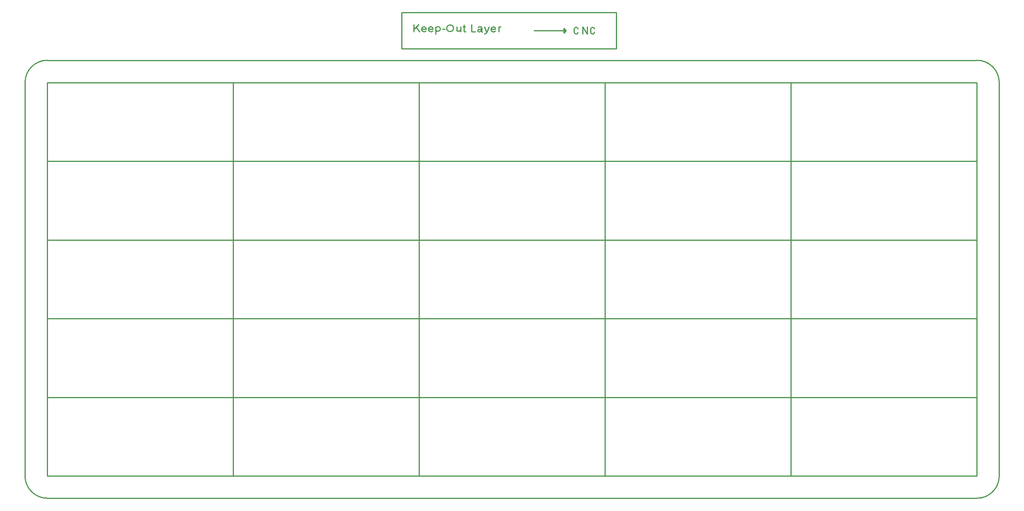
<source format=gko>
G04*
G04 #@! TF.GenerationSoftware,Altium Limited,Altium Designer,23.8.1 (32)*
G04*
G04 Layer_Color=16711935*
%FSTAX26Y26*%
%MOIN*%
G70*
G04*
G04 #@! TF.SameCoordinates,0658DAE7-6568-40E7-827A-ADBA6E925618*
G04*
G04*
G04 #@! TF.FilePolarity,Positive*
G04*
G01*
G75*
%ADD27C,0.010000*%
%ADD84R,0.012842X0.017305*%
D27*
X08199996Y-00196809D02*
G03*
X08396879Y0I00000022J00196861D01*
G01*
X08396875Y03475D02*
G03*
X08199992Y03671918I-00196861J00000057D01*
G01*
X-00003317Y0367189D02*
G03*
X-00196861Y03475634I00003316J-00196833D01*
G01*
X03998986Y03965526D02*
G03*
X03981Y03956974I-0000696J-00008552D01*
G01*
X0395337Y03946811D02*
G03*
X0393837Y03966811I-000175J000025D01*
G01*
X0391337Y03946811D02*
G03*
X03951878Y03928303I000225J-000025D01*
G01*
X0393837Y03966811D02*
G03*
X0391337Y03946811I-000025J-000225D01*
G01*
X03582858Y03954631D02*
G03*
X03582858Y03954631I-0003J0D01*
G01*
X03611Y03933D02*
G03*
X03646Y03940929I00015J00015D01*
G01*
X04666Y03963D02*
G03*
X04646Y03943I0J-0002D01*
G01*
X04681Y03948D02*
G03*
X04666Y03963I-00015J0D01*
G01*
X04826Y03948D02*
G03*
X04811Y03963I-00015J0D01*
G01*
D02*
G03*
X04791Y03943I0J-0002D01*
G01*
X04811Y03903D02*
G03*
X04826Y03918I0J00015D01*
G01*
X04791Y03923D02*
G03*
X04811Y03903I0002J0D01*
G01*
X04666D02*
G03*
X04681Y03918I0J00015D01*
G01*
X04646Y03923D02*
G03*
X04666Y03903I0002J0D01*
G01*
X03831Y03958D02*
G03*
X03821Y03968I-0001J0D01*
G01*
X03816Y03943D02*
G03*
X03831Y03958I0J00015D01*
G01*
X03812673Y03923D02*
G03*
X038285Y03938826I0J00015826D01*
G01*
X03811Y03968D02*
G03*
X03801Y03958I0J-0001D01*
G01*
X03806Y03943D02*
G03*
X03796Y03933I0J-0001D01*
G01*
X03401Y03948D02*
G03*
X03386Y03968I-000175J000025D01*
G01*
X03361Y03948D02*
G03*
X03399508Y03929492I000225J-000025D01*
G01*
X03386Y03968D02*
G03*
X03361Y03948I-000025J-000225D01*
G01*
X03341D02*
G03*
X03326Y03968I-000175J000025D01*
G01*
X03301Y03948D02*
G03*
X03339508Y03929492I000225J-000025D01*
G01*
X03326Y03968D02*
G03*
X03301Y03948I-000025J-000225D01*
G01*
X03426Y03943D02*
G03*
X03426Y03952664I00020168J00004832D01*
G01*
X03872464Y03909465D02*
G03*
X03876Y03918I-00008536J00008536D01*
G01*
X03676Y03928D02*
G03*
X03691Y03923I0001J00005D01*
G01*
X03856858Y03903D02*
G03*
X03872464Y03909465I0J00022071D01*
G01*
X03831Y03923D02*
G03*
X03836Y03918I00005J0D01*
G01*
X03796Y03933D02*
G03*
X03806Y03923I0001J0D01*
G01*
X-00197781Y-00000001D02*
G03*
X00003623Y-00196852I00199128J00002276D01*
G01*
X-00003317Y03671532D02*
X08199992Y03671694D01*
X-00197781Y-00000002D02*
X-00197392Y03475006D01*
X08396712Y0D02*
X08396925Y03475043D01*
X03981Y03923D02*
Y03968D01*
X0391337Y03946811D02*
X0395337D01*
X03876Y03918D02*
X03896Y03968D01*
X03856D02*
X03876Y03918D01*
X04291Y03935307D02*
X04556D01*
X03126Y04093D02*
X05017911D01*
X03486Y03948D02*
X03506D01*
X03741Y03923D02*
Y03988D01*
X03646Y03923D02*
Y03968D01*
X03611Y03933D02*
Y03968D01*
X03676Y03928D02*
Y03983D01*
X03666Y03968D02*
X03686D01*
X04556Y03915322D02*
Y03955307D01*
Y03915322D02*
X04576Y03935307D01*
X04646Y03923D02*
Y03943D01*
X04556Y03935307D02*
Y03955307D01*
X04576Y03935307D01*
X05017911Y03775307D02*
Y04093D01*
X04721Y03968D02*
X04761Y03903D01*
X04721D02*
Y03968D01*
X04791Y03923D02*
Y03943D01*
X04761Y03903D02*
Y03968D01*
X03831Y03923D02*
Y03958D01*
X03806Y03923D02*
X03812673D01*
X03811Y03968D02*
X03821D01*
X03806Y03943D02*
X03816D01*
X03426Y03903D02*
Y03968D01*
X03301Y03948D02*
X03341D01*
X032535Y0396584D02*
X03281Y03923D01*
X032535Y0396584D02*
X03276Y03988D01*
X03231Y03943679D02*
X03276Y03988D01*
X03231Y03923D02*
Y03988D01*
Y03923D02*
Y03943679D01*
X03126Y03775307D02*
Y04093D01*
X03361Y03948D02*
X03401D01*
X03126Y03775307D02*
X05017911D01*
X03741Y03923D02*
X03776D01*
X00003624Y-00196852D02*
X08200015D01*
X0164Y00695D02*
X01640001Y0D01*
X-0D02*
Y00695D01*
X0164D01*
X-0Y0D02*
X01640001D01*
X03280001Y00695D02*
X03280001Y0D01*
X01640001D02*
Y00695D01*
X03280001D01*
X01640001Y0D02*
X03280001D01*
X04920002Y00695D02*
X04920002Y0D01*
X03280001D02*
Y00695D01*
X04920002D01*
X03280001Y0D02*
X04920002D01*
X06560002Y00695D02*
X06560003Y0D01*
X04920002D02*
Y00695D01*
X06560002D01*
X04920002Y0D02*
X06560003D01*
X08200003Y00695D02*
X08200003Y0D01*
X06560003D02*
Y00695D01*
X08200003D01*
X06560003Y0D02*
X08200003D01*
X0164Y0139D02*
X01640001Y00695D01*
X-0D02*
Y0139D01*
X0164D01*
X-0Y00695D02*
X01640001D01*
X03280001Y0139D02*
X03280001Y00695D01*
X01640001D02*
Y0139D01*
X03280001D01*
X01640001Y00695D02*
X03280001D01*
X04920002Y0139D02*
X04920002Y00695D01*
X03280001D02*
Y0139D01*
X04920002D01*
X03280001Y00695D02*
X04920002D01*
X06560002Y0139D02*
X06560003Y00695D01*
X04920002D02*
Y0139D01*
X06560002D01*
X04920002Y00695D02*
X06560003D01*
X08200003Y0139D02*
X08200003Y00695D01*
X06560003D02*
Y0139D01*
X08200003D01*
X06560003Y00695D02*
X08200003D01*
X0164Y02085D02*
X01640001Y0139D01*
X-0D02*
Y02085D01*
X0164D01*
X-0Y0139D02*
X01640001D01*
X03280001Y02085D02*
X03280001Y0139D01*
X01640001D02*
Y02085D01*
X03280001D01*
X01640001Y0139D02*
X03280001D01*
X04920002Y02085D02*
X04920002Y0139D01*
X03280001D02*
Y02085D01*
X04920002D01*
X03280001Y0139D02*
X04920002D01*
X06560002Y02085D02*
X06560003Y0139D01*
X04920002D02*
Y02085D01*
X06560002D01*
X04920002Y0139D02*
X06560003D01*
X08200003Y02085D02*
X08200003Y0139D01*
X06560003D02*
Y02085D01*
X08200003D01*
X06560003Y0139D02*
X08200003D01*
X0164Y0278D02*
X01640001Y02085D01*
X-0D02*
Y0278D01*
X0164D01*
X-0Y02085D02*
X01640001D01*
X03280001Y0278D02*
X03280001Y02085D01*
X01640001D02*
Y0278D01*
X03280001D01*
X01640001Y02085D02*
X03280001D01*
X04920002Y0278D02*
X04920002Y02085D01*
X03280001D02*
Y0278D01*
X04920002D01*
X03280001Y02085D02*
X04920002D01*
X06560002Y0278D02*
X06560003Y02085D01*
X04920002D02*
Y0278D01*
X06560002D01*
X04920002Y02085D02*
X06560003D01*
X08200003Y0278D02*
X08200003Y02085D01*
X06560003D02*
Y0278D01*
X08200003D01*
X06560003Y02085D02*
X08200003D01*
X0164Y03475D02*
X01640001Y0278D01*
X-0D02*
Y03475D01*
X0164D01*
X-0Y0278D02*
X01640001D01*
X03280001Y03475D02*
X03280001Y0278D01*
X01640001D02*
Y03475D01*
X03280001D01*
X01640001Y0278D02*
X03280001D01*
X04920002Y03475D02*
X04920002Y0278D01*
X03280001D02*
Y03475D01*
X04920002D01*
X03280001Y0278D02*
X04920002D01*
X06560002Y03475D02*
X06560003Y0278D01*
X04920002D02*
Y03475D01*
X06560002D01*
X04920002Y0278D02*
X06560003D01*
X08200003Y03475D02*
X08200003Y0278D01*
X06560003D02*
Y03475D01*
X08200003D01*
X06560003Y0278D02*
X08200003D01*
D84*
X04562421Y03936655D02*
D03*
M02*

</source>
